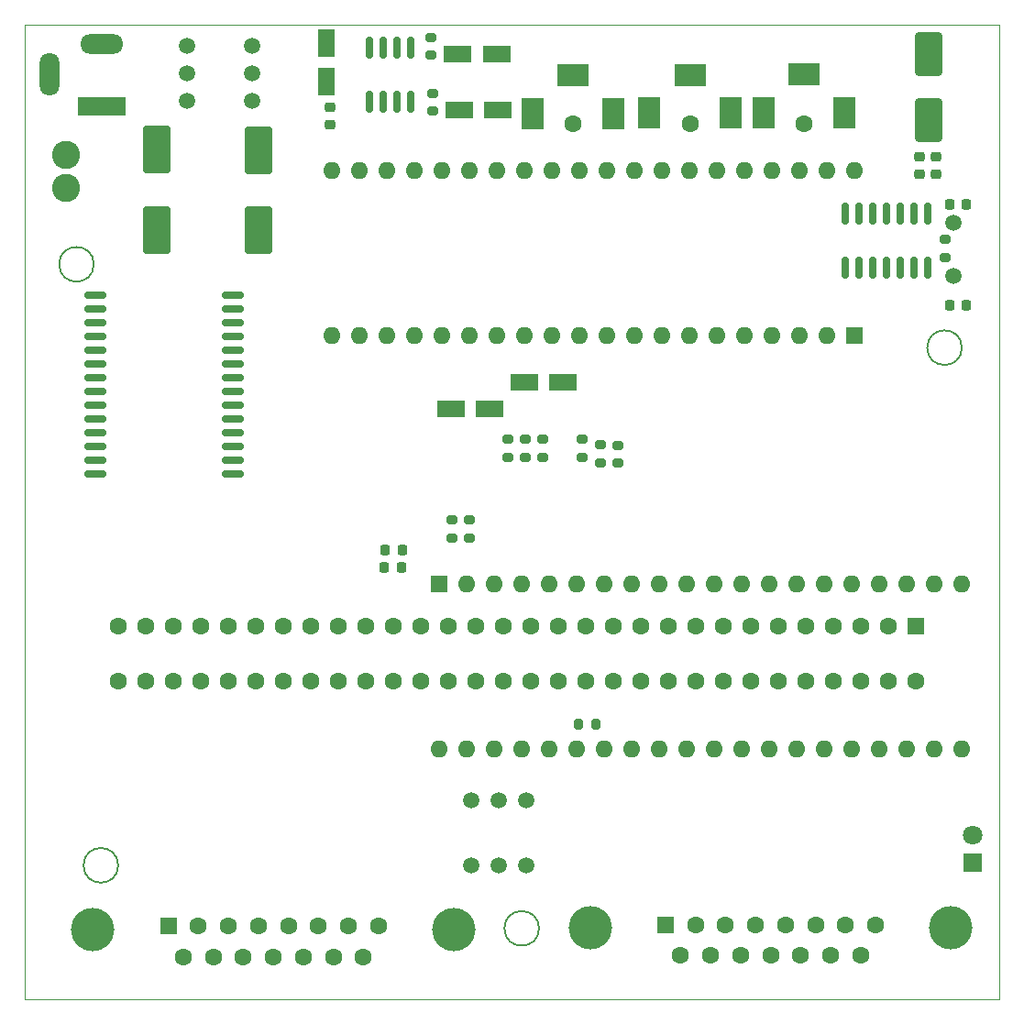
<source format=gts>
%TF.GenerationSoftware,KiCad,Pcbnew,8.0.7-1.fc39*%
%TF.CreationDate,2025-01-27T15:10:01+03:00*%
%TF.ProjectId,rev.1_f,7265762e-315f-4662-9e6b-696361645f70,rev?*%
%TF.SameCoordinates,Original*%
%TF.FileFunction,Soldermask,Top*%
%TF.FilePolarity,Negative*%
%FSLAX46Y46*%
G04 Gerber Fmt 4.6, Leading zero omitted, Abs format (unit mm)*
G04 Created by KiCad (PCBNEW 8.0.7-1.fc39) date 2025-01-27 15:10:01*
%MOMM*%
%LPD*%
G01*
G04 APERTURE LIST*
G04 Aperture macros list*
%AMRoundRect*
0 Rectangle with rounded corners*
0 $1 Rounding radius*
0 $2 $3 $4 $5 $6 $7 $8 $9 X,Y pos of 4 corners*
0 Add a 4 corners polygon primitive as box body*
4,1,4,$2,$3,$4,$5,$6,$7,$8,$9,$2,$3,0*
0 Add four circle primitives for the rounded corners*
1,1,$1+$1,$2,$3*
1,1,$1+$1,$4,$5*
1,1,$1+$1,$6,$7*
1,1,$1+$1,$8,$9*
0 Add four rect primitives between the rounded corners*
20,1,$1+$1,$2,$3,$4,$5,0*
20,1,$1+$1,$4,$5,$6,$7,0*
20,1,$1+$1,$6,$7,$8,$9,0*
20,1,$1+$1,$8,$9,$2,$3,0*%
G04 Aperture macros list end*
%ADD10RoundRect,0.200000X-0.275000X0.200000X-0.275000X-0.200000X0.275000X-0.200000X0.275000X0.200000X0*%
%ADD11C,4.000000*%
%ADD12R,1.600000X1.600000*%
%ADD13C,1.600000*%
%ADD14RoundRect,0.225000X-0.250000X0.225000X-0.250000X-0.225000X0.250000X-0.225000X0.250000X0.225000X0*%
%ADD15RoundRect,0.200000X0.275000X-0.200000X0.275000X0.200000X-0.275000X0.200000X-0.275000X-0.200000X0*%
%ADD16RoundRect,0.218750X-0.218750X-0.256250X0.218750X-0.256250X0.218750X0.256250X-0.218750X0.256250X0*%
%ADD17RoundRect,0.150000X-0.150000X0.825000X-0.150000X-0.825000X0.150000X-0.825000X0.150000X0.825000X0*%
%ADD18C,1.500000*%
%ADD19R,3.000000X2.000000*%
%ADD20R,2.000000X3.000000*%
%ADD21RoundRect,0.225000X-0.225000X-0.250000X0.225000X-0.250000X0.225000X0.250000X-0.225000X0.250000X0*%
%ADD22RoundRect,0.250000X-1.050000X-0.550000X1.050000X-0.550000X1.050000X0.550000X-1.050000X0.550000X0*%
%ADD23RoundRect,0.150000X0.875000X0.150000X-0.875000X0.150000X-0.875000X-0.150000X0.875000X-0.150000X0*%
%ADD24R,4.400000X1.800000*%
%ADD25O,4.000000X1.800000*%
%ADD26O,1.800000X4.000000*%
%ADD27RoundRect,0.200000X0.200000X0.275000X-0.200000X0.275000X-0.200000X-0.275000X0.200000X-0.275000X0*%
%ADD28C,2.600000*%
%ADD29RoundRect,0.250000X-1.000000X1.950000X-1.000000X-1.950000X1.000000X-1.950000X1.000000X1.950000X0*%
%ADD30RoundRect,0.218750X-0.256250X0.218750X-0.256250X-0.218750X0.256250X-0.218750X0.256250X0.218750X0*%
%ADD31RoundRect,0.250000X1.000000X-1.750000X1.000000X1.750000X-1.000000X1.750000X-1.000000X-1.750000X0*%
%ADD32R,1.800000X1.800000*%
%ADD33C,1.800000*%
%ADD34RoundRect,0.250000X0.550000X-1.050000X0.550000X1.050000X-0.550000X1.050000X-0.550000X-1.050000X0*%
%ADD35RoundRect,0.150000X0.150000X-0.825000X0.150000X0.825000X-0.150000X0.825000X-0.150000X-0.825000X0*%
%ADD36O,1.600000X1.600000*%
%TA.AperFunction,Profile*%
%ADD37C,0.200000*%
%TD*%
%TA.AperFunction,Profile*%
%ADD38C,0.100000*%
%TD*%
G04 APERTURE END LIST*
D10*
%TO.C,R15*%
X156595000Y-92455000D03*
X156595000Y-94105000D03*
%TD*%
D11*
%TO.C,X5*%
X157350000Y-137580000D03*
X190650000Y-137580000D03*
D12*
X164305000Y-137280000D03*
D13*
X167075000Y-137280000D03*
X169845000Y-137280000D03*
X172615000Y-137280000D03*
X175385000Y-137280000D03*
X178155000Y-137280000D03*
X180925000Y-137280000D03*
X183695000Y-137280000D03*
X165690000Y-140120000D03*
X168460000Y-140120000D03*
X171230000Y-140120000D03*
X174000000Y-140120000D03*
X176770000Y-140120000D03*
X179540000Y-140120000D03*
X182310000Y-140120000D03*
%TD*%
D14*
%TO.C,C43*%
X189305000Y-66360000D03*
X189305000Y-67910000D03*
%TD*%
D15*
%TO.C,R34*%
X142655000Y-56975000D03*
X142655000Y-55325000D03*
%TD*%
D16*
%TO.C,L5*%
X138327500Y-104270000D03*
X139902500Y-104270000D03*
%TD*%
D17*
%TO.C,DA2*%
X140755000Y-56270000D03*
X139485000Y-56270000D03*
X138215000Y-56270000D03*
X136945000Y-56270000D03*
X136945000Y-61220000D03*
X138215000Y-61220000D03*
X139485000Y-61220000D03*
X140755000Y-61220000D03*
%TD*%
D18*
%TO.C,SW2*%
X120125000Y-61150000D03*
X120125000Y-58610000D03*
X120125000Y-56070000D03*
X126125000Y-61150000D03*
X126125000Y-58610000D03*
X126125000Y-56070000D03*
%TD*%
D13*
%TO.C,X4*%
X155745000Y-63320000D03*
D19*
X155745000Y-58820000D03*
D20*
X159495000Y-62320000D03*
X151995000Y-62320000D03*
%TD*%
D14*
%TO.C,C27*%
X133285000Y-61795000D03*
X133285000Y-63345000D03*
%TD*%
D21*
%TO.C,C30*%
X190510000Y-70770000D03*
X192060000Y-70770000D03*
%TD*%
D10*
%TO.C,R14*%
X159905000Y-92985000D03*
X159905000Y-94635000D03*
%TD*%
D11*
%TO.C,X2*%
X111425000Y-137710000D03*
X144725000Y-137710000D03*
D12*
X118380000Y-137410000D03*
D13*
X121150000Y-137410000D03*
X123920000Y-137410000D03*
X126690000Y-137410000D03*
X129460000Y-137410000D03*
X132230000Y-137410000D03*
X135000000Y-137410000D03*
X137770000Y-137410000D03*
X119765000Y-140250000D03*
X122535000Y-140250000D03*
X125305000Y-140250000D03*
X128075000Y-140250000D03*
X130845000Y-140250000D03*
X133615000Y-140250000D03*
X136385000Y-140250000D03*
%TD*%
D22*
%TO.C,C23*%
X151235000Y-87160000D03*
X154835000Y-87160000D03*
%TD*%
D10*
%TO.C,R17*%
X149755000Y-92445000D03*
X149755000Y-94095000D03*
%TD*%
D23*
%TO.C,DD6*%
X124350000Y-95670000D03*
X124350000Y-94400000D03*
X124350000Y-93130000D03*
X124350000Y-91860000D03*
X124350000Y-90590000D03*
X124350000Y-89320000D03*
X124350000Y-88050000D03*
X124350000Y-86780000D03*
X124350000Y-85510000D03*
X124350000Y-84240000D03*
X124350000Y-82970000D03*
X124350000Y-81700000D03*
X124350000Y-80430000D03*
X124350000Y-79160000D03*
X111650000Y-79160000D03*
X111650000Y-80430000D03*
X111650000Y-81700000D03*
X111650000Y-82970000D03*
X111650000Y-84240000D03*
X111650000Y-85510000D03*
X111650000Y-86780000D03*
X111650000Y-88050000D03*
X111650000Y-89320000D03*
X111650000Y-90590000D03*
X111650000Y-91860000D03*
X111650000Y-93130000D03*
X111650000Y-94400000D03*
X111650000Y-95670000D03*
%TD*%
D24*
%TO.C,X1*%
X112215000Y-61710000D03*
D25*
X112215000Y-55910000D03*
D26*
X107415000Y-58710000D03*
%TD*%
D27*
%TO.C,R2*%
X157890000Y-118750000D03*
X156240000Y-118750000D03*
%TD*%
D21*
%TO.C,C8*%
X138410000Y-102620000D03*
X139960000Y-102620000D03*
%TD*%
D15*
%TO.C,R37*%
X190105000Y-75610000D03*
X190105000Y-73960000D03*
%TD*%
D21*
%TO.C,C31*%
X190550000Y-80080000D03*
X192100000Y-80080000D03*
%TD*%
D10*
%TO.C,R18*%
X152935000Y-92455000D03*
X152935000Y-94105000D03*
%TD*%
D28*
%TO.C,L4*%
X108925000Y-69180000D03*
X108925000Y-66180000D03*
%TD*%
D18*
%TO.C,SW1*%
X151435000Y-131770000D03*
X148895000Y-131770000D03*
X146355000Y-131770000D03*
X151435000Y-125770000D03*
X148895000Y-125770000D03*
X146355000Y-125770000D03*
%TD*%
D13*
%TO.C,X6*%
X177085000Y-63250000D03*
D19*
X177085000Y-58750000D03*
D20*
X180835000Y-62250000D03*
X173335000Y-62250000D03*
%TD*%
D29*
%TO.C,C3*%
X117305000Y-65680000D03*
X117305000Y-73080000D03*
%TD*%
D10*
%TO.C,R13*%
X158275000Y-92965000D03*
X158275000Y-94615000D03*
%TD*%
D30*
%TO.C,L15*%
X187715000Y-66342500D03*
X187715000Y-67917500D03*
%TD*%
D31*
%TO.C,C41*%
X188595000Y-62950000D03*
X188595000Y-56850000D03*
%TD*%
D32*
%TO.C,D3*%
X192695000Y-131540000D03*
D33*
X192695000Y-129000000D03*
%TD*%
D34*
%TO.C,C28*%
X132975000Y-59420000D03*
X132975000Y-55820000D03*
%TD*%
D10*
%TO.C,R16*%
X151385000Y-92455000D03*
X151385000Y-94105000D03*
%TD*%
D12*
%TO.C,XP1*%
X187415000Y-109730000D03*
D13*
X184875000Y-109730000D03*
X182335000Y-109730000D03*
X179795000Y-109730000D03*
X177255000Y-109730000D03*
X174715000Y-109730000D03*
X172175000Y-109730000D03*
X169635000Y-109730000D03*
X167095000Y-109730000D03*
X164555000Y-109730000D03*
X162015000Y-109730000D03*
X159475000Y-109730000D03*
X156935000Y-109730000D03*
X154395000Y-109730000D03*
X151855000Y-109730000D03*
X149315000Y-109730000D03*
X146775000Y-109730000D03*
X144235000Y-109730000D03*
X141695000Y-109730000D03*
X139155000Y-109730000D03*
X136615000Y-109730000D03*
X134075000Y-109730000D03*
X131535000Y-109730000D03*
X128995000Y-109730000D03*
X126455000Y-109730000D03*
X123915000Y-109730000D03*
X121375000Y-109730000D03*
X118835000Y-109730000D03*
X116295000Y-109730000D03*
X113755000Y-109730000D03*
X187415000Y-114810000D03*
X184875000Y-114810000D03*
X182335000Y-114810000D03*
X179795000Y-114810000D03*
X177255000Y-114810000D03*
X174715000Y-114810000D03*
X172175000Y-114810000D03*
X169635000Y-114810000D03*
X167095000Y-114810000D03*
X164555000Y-114810000D03*
X162015000Y-114810000D03*
X159475000Y-114810000D03*
X156935000Y-114810000D03*
X154395000Y-114810000D03*
X151855000Y-114810000D03*
X149315000Y-114810000D03*
X146775000Y-114810000D03*
X144235000Y-114810000D03*
X141695000Y-114810000D03*
X139155000Y-114810000D03*
X136615000Y-114810000D03*
X134075000Y-114810000D03*
X131535000Y-114810000D03*
X128995000Y-114810000D03*
X126455000Y-114810000D03*
X123915000Y-114810000D03*
X121375000Y-114810000D03*
X118835000Y-114810000D03*
X116295000Y-114810000D03*
X113755000Y-114810000D03*
%TD*%
D35*
%TO.C,DD9*%
X180895000Y-76550000D03*
X182165000Y-76550000D03*
X183435000Y-76550000D03*
X184705000Y-76550000D03*
X185975000Y-76550000D03*
X187245000Y-76550000D03*
X188515000Y-76550000D03*
X188515000Y-71600000D03*
X187245000Y-71600000D03*
X185975000Y-71600000D03*
X184705000Y-71600000D03*
X183435000Y-71600000D03*
X182165000Y-71600000D03*
X180895000Y-71600000D03*
%TD*%
D29*
%TO.C,C9*%
X126725000Y-65750000D03*
X126725000Y-73150000D03*
%TD*%
D22*
%TO.C,C24*%
X144455000Y-89590000D03*
X148055000Y-89590000D03*
%TD*%
%TO.C,C37*%
X145225000Y-62010000D03*
X148825000Y-62010000D03*
%TD*%
D13*
%TO.C,X3*%
X166545000Y-63270000D03*
D19*
X166545000Y-58770000D03*
D20*
X170295000Y-62270000D03*
X162795000Y-62270000D03*
%TD*%
D15*
%TO.C,R35*%
X142825000Y-62115000D03*
X142825000Y-60465000D03*
%TD*%
%TO.C,R10*%
X144605000Y-101535000D03*
X144605000Y-99885000D03*
%TD*%
%TO.C,R9*%
X146205000Y-101535000D03*
X146205000Y-99885000D03*
%TD*%
D22*
%TO.C,C36*%
X145095000Y-56850000D03*
X148695000Y-56850000D03*
%TD*%
D18*
%TO.C,Z1*%
X190900000Y-72450000D03*
X190900000Y-77330000D03*
%TD*%
D12*
%TO.C,DD2*%
X181770000Y-82865000D03*
D36*
X179230000Y-82865000D03*
X176690000Y-82865000D03*
X174150000Y-82865000D03*
X171610000Y-82865000D03*
X169070000Y-82865000D03*
X166530000Y-82865000D03*
X163990000Y-82865000D03*
X161450000Y-82865000D03*
X158910000Y-82865000D03*
X156370000Y-82865000D03*
X153830000Y-82865000D03*
X151290000Y-82865000D03*
X148750000Y-82865000D03*
X146210000Y-82865000D03*
X143670000Y-82865000D03*
X141130000Y-82865000D03*
X138590000Y-82865000D03*
X136050000Y-82865000D03*
X133510000Y-82865000D03*
X133510000Y-67625000D03*
X136050000Y-67625000D03*
X138590000Y-67625000D03*
X141130000Y-67625000D03*
X143670000Y-67625000D03*
X146210000Y-67625000D03*
X148750000Y-67625000D03*
X151290000Y-67625000D03*
X153830000Y-67625000D03*
X156370000Y-67625000D03*
X158910000Y-67625000D03*
X161450000Y-67625000D03*
X163990000Y-67625000D03*
X166530000Y-67625000D03*
X169070000Y-67625000D03*
X171610000Y-67625000D03*
X174150000Y-67625000D03*
X176690000Y-67625000D03*
X179230000Y-67625000D03*
X181770000Y-67625000D03*
%TD*%
D12*
%TO.C,DD1*%
X143410000Y-105785000D03*
D36*
X145950000Y-105785000D03*
X148490000Y-105785000D03*
X151030000Y-105785000D03*
X153570000Y-105785000D03*
X156110000Y-105785000D03*
X158650000Y-105785000D03*
X161190000Y-105785000D03*
X163730000Y-105785000D03*
X166270000Y-105785000D03*
X168810000Y-105785000D03*
X171350000Y-105785000D03*
X173890000Y-105785000D03*
X176430000Y-105785000D03*
X178970000Y-105785000D03*
X181510000Y-105785000D03*
X184050000Y-105785000D03*
X186590000Y-105785000D03*
X189130000Y-105785000D03*
X191670000Y-105785000D03*
X191670000Y-121025000D03*
X189130000Y-121025000D03*
X186590000Y-121025000D03*
X184050000Y-121025000D03*
X181510000Y-121025000D03*
X178970000Y-121025000D03*
X176430000Y-121025000D03*
X173890000Y-121025000D03*
X171350000Y-121025000D03*
X168810000Y-121025000D03*
X166270000Y-121025000D03*
X163730000Y-121025000D03*
X161190000Y-121025000D03*
X158650000Y-121025000D03*
X156110000Y-121025000D03*
X153570000Y-121025000D03*
X151030000Y-121025000D03*
X148490000Y-121025000D03*
X145950000Y-121025000D03*
X143410000Y-121025000D03*
%TD*%
D37*
X191665000Y-83970000D02*
G75*
G02*
X188465000Y-83970000I-1600000J0D01*
G01*
X188465000Y-83970000D02*
G75*
G02*
X191665000Y-83970000I1600000J0D01*
G01*
X113745000Y-131780000D02*
G75*
G02*
X110545000Y-131780000I-1600000J0D01*
G01*
X110545000Y-131780000D02*
G75*
G02*
X113745000Y-131780000I1600000J0D01*
G01*
D38*
X195135000Y-54130000D02*
X195135000Y-144130000D01*
D37*
X111495000Y-76270000D02*
G75*
G02*
X108295000Y-76270000I-1600000J0D01*
G01*
X108295000Y-76270000D02*
G75*
G02*
X111495000Y-76270000I1600000J0D01*
G01*
D38*
X195135000Y-54130000D02*
X105135000Y-54130000D01*
D37*
X152615000Y-137600000D02*
G75*
G02*
X149415000Y-137600000I-1600000J0D01*
G01*
X149415000Y-137600000D02*
G75*
G02*
X152615000Y-137600000I1600000J0D01*
G01*
D38*
X105135000Y-144130000D02*
X105135000Y-54130000D01*
X195135000Y-144130000D02*
X105135000Y-144130000D01*
M02*

</source>
